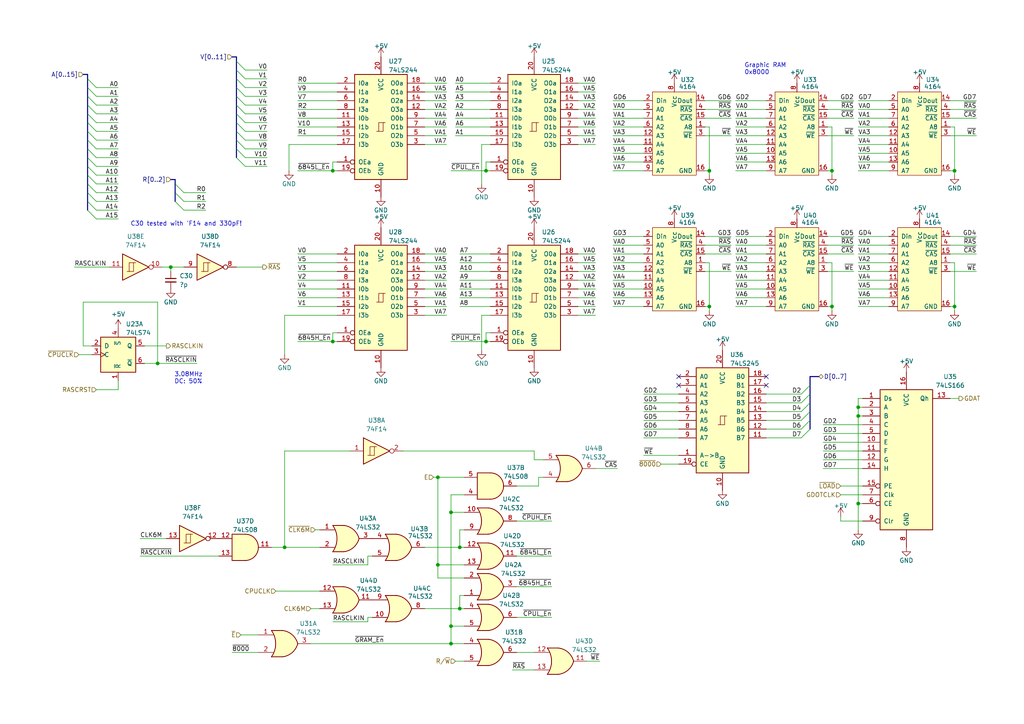
<source format=kicad_sch>
(kicad_sch (version 20231120) (generator "eeschema") (generator_version "8.0")
  (paper "A4")
  (title_block (title "EVA1 (Epson Video Adapter) - Graphic RAM") (date "2025-01-09") (rev "v0.1") (company "100% Offner") (comment 1 "v0.1: Initial Release"))
  (junction (at 205.74 88.9))
  (junction (at 130.81 181.61))
  (junction (at 82.55 158.75))
  (junction (at 248.92 146.05))
  (junction (at 49.53 77.47))
  (junction (at 130.81 148.59))
  (junction (at 127 163.83))
  (junction (at 205.74 49.53))
  (junction (at 276.86 49.53))
  (junction (at 133.35 176.53))
  (junction (at 276.86 88.9))
  (junction (at 140.97 49.53))
  (junction (at 248.92 118.11))
  (junction (at 96.52 99.06))
  (junction (at 45.72 105.41))
  (junction (at 133.35 158.75))
  (junction (at 96.52 49.53))
  (junction (at 130.81 186.69))
  (junction (at 140.97 99.06))
  (junction (at 241.3 88.9))
  (junction (at 248.92 120.65))
  (junction (at 127 138.43))
  (junction (at 241.3 49.53))
  (no_connect (at 196.85 109.22))
  (no_connect (at 222.25 109.22))
  (no_connect (at 196.85 111.76))
  (no_connect (at 222.25 111.76))
  (bus_entry (at 68.58 45.72) (size 2.54 2.54))
  (bus_entry (at 234.95 124.46) (size -2.54 2.54))
  (bus_entry (at 25.4 25.4) (size 2.54 2.54))
  (bus_entry (at 25.4 27.94) (size 2.54 2.54))
  (bus_entry (at 25.4 40.64) (size 2.54 2.54))
  (bus_entry (at 68.58 33.02) (size 2.54 2.54))
  (bus_entry (at 234.95 121.92) (size -2.54 2.54))
  (bus_entry (at 25.4 58.42) (size 2.54 2.54))
  (bus_entry (at 25.4 38.1) (size 2.54 2.54))
  (bus_entry (at 68.58 22.86) (size 2.54 2.54))
  (bus_entry (at 68.58 17.78) (size 2.54 2.54))
  (bus_entry (at 25.4 33.02) (size 2.54 2.54))
  (bus_entry (at 68.58 35.56) (size 2.54 2.54))
  (bus_entry (at 68.58 20.32) (size 2.54 2.54))
  (bus_entry (at 68.58 38.1) (size 2.54 2.54))
  (bus_entry (at 68.58 25.4) (size 2.54 2.54))
  (bus_entry (at 25.4 43.18) (size 2.54 2.54))
  (bus_entry (at 50.8 53.34) (size 2.54 2.54))
  (bus_entry (at 25.4 35.56) (size 2.54 2.54))
  (bus_entry (at 50.8 55.88) (size 2.54 2.54))
  (bus_entry (at 25.4 55.88) (size 2.54 2.54))
  (bus_entry (at 234.95 119.38) (size -2.54 2.54))
  (bus_entry (at 68.58 30.48) (size 2.54 2.54))
  (bus_entry (at 25.4 60.96) (size 2.54 2.54))
  (bus_entry (at 50.8 58.42) (size 2.54 2.54))
  (bus_entry (at 68.58 27.94) (size 2.54 2.54))
  (bus_entry (at 234.95 111.76) (size -2.54 2.54))
  (bus_entry (at 68.58 40.64) (size 2.54 2.54))
  (bus_entry (at 25.4 48.26) (size 2.54 2.54))
  (bus_entry (at 25.4 50.8) (size 2.54 2.54))
  (bus_entry (at 68.58 43.18) (size 2.54 2.54))
  (bus_entry (at 25.4 22.86) (size 2.54 2.54))
  (bus_entry (at 234.95 114.3) (size -2.54 2.54))
  (bus_entry (at 25.4 53.34) (size 2.54 2.54))
  (bus_entry (at 25.4 30.48) (size 2.54 2.54))
  (bus_entry (at 234.95 116.84) (size -2.54 2.54))
  (bus_entry (at 25.4 45.72) (size 2.54 2.54))
  (wire (pts (xy 241.3 36.83) (xy 241.3 49.53)))
  (bus (pts (xy 25.4 40.64) (xy 25.4 43.18)))
  (wire (pts (xy 96.52 46.99) (xy 97.79 46.99)))
  (wire (pts (xy 240.03 68.58) (xy 247.65 68.58)))
  (wire (pts (xy 177.8 44.45) (xy 186.69 44.45)))
  (wire (pts (xy 27.94 50.8) (xy 34.29 50.8)))
  (bus (pts (xy 68.58 27.94) (xy 68.58 30.48)))
  (wire (pts (xy 149.86 161.29) (xy 160.02 161.29)))
  (wire (pts (xy 186.69 127) (xy 196.85 127)))
  (wire (pts (xy 86.36 24.13) (xy 97.79 24.13)))
  (wire (pts (xy 167.64 81.28) (xy 172.72 81.28)))
  (wire (pts (xy 134.62 167.64) (xy 127 167.64)))
  (wire (pts (xy 130.81 181.61) (xy 134.62 181.61)))
  (wire (pts (xy 140.97 99.06) (xy 142.24 99.06)))
  (wire (pts (xy 275.59 29.21) (xy 283.21 29.21)))
  (wire (pts (xy 243.84 140.97) (xy 250.19 140.97)))
  (wire (pts (xy 86.36 49.53) (xy 96.52 49.53)))
  (wire (pts (xy 83.82 41.91) (xy 83.82 49.53)))
  (wire (pts (xy 132.08 26.67) (xy 142.24 26.67)))
  (wire (pts (xy 96.52 49.53) (xy 97.79 49.53)))
  (wire (pts (xy 71.12 22.86) (xy 77.47 22.86)))
  (wire (pts (xy 127 138.43) (xy 127 163.83)))
  (wire (pts (xy 123.19 158.75) (xy 133.35 158.75)))
  (wire (pts (xy 213.36 68.58) (xy 222.25 68.58)))
  (wire (pts (xy 248.92 41.91) (xy 257.81 41.91)))
  (wire (pts (xy 250.19 115.57) (xy 248.92 115.57)))
  (wire (pts (xy 248.92 44.45) (xy 257.81 44.45)))
  (wire (pts (xy 248.92 115.57) (xy 248.92 118.11)))
  (wire (pts (xy 248.92 46.99) (xy 257.81 46.99)))
  (wire (pts (xy 222.25 127) (xy 232.41 127)))
  (bus (pts (xy 68.58 30.48) (xy 68.58 33.02)))
  (wire (pts (xy 160.02 179.07) (xy 149.86 179.07)))
  (wire (pts (xy 133.35 176.53) (xy 134.62 176.53)))
  (wire (pts (xy 92.71 158.75) (xy 82.55 158.75)))
  (wire (pts (xy 22.86 102.87) (xy 26.67 102.87)))
  (wire (pts (xy 86.36 83.82) (xy 97.79 83.82)))
  (wire (pts (xy 177.8 29.21) (xy 186.69 29.21)))
  (wire (pts (xy 53.34 55.88) (xy 59.69 55.88)))
  (wire (pts (xy 133.35 76.2) (xy 142.24 76.2)))
  (wire (pts (xy 46.99 77.47) (xy 49.53 77.47)))
  (wire (pts (xy 248.92 29.21) (xy 257.81 29.21)))
  (wire (pts (xy 243.84 149.86) (xy 243.84 151.13)))
  (wire (pts (xy 133.35 86.36) (xy 142.24 86.36)))
  (wire (pts (xy 248.92 146.05) (xy 248.92 153.67)))
  (bus (pts (xy 68.58 22.86) (xy 68.58 25.4)))
  (wire (pts (xy 248.92 49.53) (xy 257.81 49.53)))
  (wire (pts (xy 167.64 31.75) (xy 172.72 31.75)))
  (bus (pts (xy 25.4 33.02) (xy 25.4 35.56)))
  (wire (pts (xy 275.59 88.9) (xy 276.86 88.9)))
  (wire (pts (xy 123.19 86.36) (xy 129.54 86.36)))
  (wire (pts (xy 130.81 143.51) (xy 134.62 143.51)))
  (wire (pts (xy 123.19 31.75) (xy 129.54 31.75)))
  (wire (pts (xy 40.64 161.29) (xy 63.5 161.29)))
  (wire (pts (xy 248.92 118.11) (xy 248.92 120.65)))
  (wire (pts (xy 90.17 186.69) (xy 130.81 186.69)))
  (wire (pts (xy 275.59 31.75) (xy 283.21 31.75)))
  (wire (pts (xy 96.52 163.83) (xy 106.68 163.83)))
  (wire (pts (xy 170.18 191.77) (xy 173.99 191.77)))
  (wire (pts (xy 186.69 121.92) (xy 196.85 121.92)))
  (wire (pts (xy 213.36 76.2) (xy 222.25 76.2)))
  (bus (pts (xy 25.4 58.42) (xy 25.4 60.96)))
  (wire (pts (xy 177.8 39.37) (xy 186.69 39.37)))
  (wire (pts (xy 132.08 29.21) (xy 142.24 29.21)))
  (wire (pts (xy 106.68 180.34) (xy 106.68 179.07)))
  (bus (pts (xy 25.4 25.4) (xy 25.4 27.94)))
  (wire (pts (xy 213.36 46.99) (xy 222.25 46.99)))
  (wire (pts (xy 41.91 105.41) (xy 45.72 105.41)))
  (wire (pts (xy 167.64 41.91) (xy 172.72 41.91)))
  (wire (pts (xy 240.03 76.2) (xy 241.3 76.2)))
  (wire (pts (xy 243.84 143.51) (xy 250.19 143.51)))
  (wire (pts (xy 213.36 83.82) (xy 222.25 83.82)))
  (bus (pts (xy 49.53 52.07) (xy 50.8 52.07)))
  (wire (pts (xy 133.35 172.72) (xy 133.35 176.53)))
  (wire (pts (xy 24.13 100.33) (xy 26.67 100.33)))
  (wire (pts (xy 177.8 31.75) (xy 186.69 31.75)))
  (wire (pts (xy 27.94 60.96) (xy 34.29 60.96)))
  (wire (pts (xy 149.86 189.23) (xy 154.94 189.23)))
  (wire (pts (xy 86.36 31.75) (xy 97.79 31.75)))
  (bus (pts (xy 237.49 109.22) (xy 234.95 109.22)))
  (wire (pts (xy 96.52 96.52) (xy 96.52 99.06)))
  (wire (pts (xy 86.36 34.29) (xy 97.79 34.29)))
  (wire (pts (xy 133.35 88.9) (xy 142.24 88.9)))
  (wire (pts (xy 177.8 86.36) (xy 186.69 86.36)))
  (wire (pts (xy 222.25 116.84) (xy 232.41 116.84)))
  (wire (pts (xy 132.08 39.37) (xy 142.24 39.37)))
  (wire (pts (xy 248.92 39.37) (xy 257.81 39.37)))
  (wire (pts (xy 86.36 81.28) (xy 97.79 81.28)))
  (wire (pts (xy 167.64 24.13) (xy 172.72 24.13)))
  (wire (pts (xy 276.86 88.9) (xy 276.86 90.17)))
  (wire (pts (xy 177.8 81.28) (xy 186.69 81.28)))
  (wire (pts (xy 86.36 73.66) (xy 97.79 73.66)))
  (wire (pts (xy 177.8 83.82) (xy 186.69 83.82)))
  (bus (pts (xy 25.4 27.94) (xy 25.4 30.48)))
  (wire (pts (xy 177.8 46.99) (xy 186.69 46.99)))
  (wire (pts (xy 204.47 76.2) (xy 205.74 76.2)))
  (wire (pts (xy 275.59 71.12) (xy 283.21 71.12)))
  (wire (pts (xy 167.64 29.21) (xy 172.72 29.21)))
  (wire (pts (xy 275.59 115.57) (xy 278.13 115.57)))
  (wire (pts (xy 240.03 34.29) (xy 247.65 34.29)))
  (wire (pts (xy 71.12 35.56) (xy 77.47 35.56)))
  (bus (pts (xy 68.58 33.02) (xy 68.58 35.56)))
  (wire (pts (xy 71.12 20.32) (xy 77.47 20.32)))
  (wire (pts (xy 86.36 76.2) (xy 97.79 76.2)))
  (wire (pts (xy 71.12 45.72) (xy 77.47 45.72)))
  (wire (pts (xy 96.52 180.34) (xy 106.68 180.34)))
  (wire (pts (xy 27.94 113.03) (xy 34.29 113.03)))
  (wire (pts (xy 53.34 60.96) (xy 59.69 60.96)))
  (wire (pts (xy 248.92 120.65) (xy 248.92 146.05)))
  (wire (pts (xy 248.92 73.66) (xy 257.81 73.66)))
  (wire (pts (xy 204.47 78.74) (xy 212.09 78.74)))
  (wire (pts (xy 167.64 91.44) (xy 172.72 91.44)))
  (wire (pts (xy 213.36 36.83) (xy 222.25 36.83)))
  (wire (pts (xy 96.52 99.06) (xy 97.79 99.06)))
  (wire (pts (xy 127 163.83) (xy 127 167.64)))
  (wire (pts (xy 154.94 133.35) (xy 157.48 133.35)))
  (wire (pts (xy 248.92 78.74) (xy 257.81 78.74)))
  (bus (pts (xy 234.95 111.76) (xy 234.95 114.3)))
  (wire (pts (xy 240.03 29.21) (xy 247.65 29.21)))
  (wire (pts (xy 130.81 49.53) (xy 140.97 49.53)))
  (wire (pts (xy 123.19 39.37) (xy 129.54 39.37)))
  (wire (pts (xy 71.12 27.94) (xy 77.47 27.94)))
  (bus (pts (xy 50.8 52.07) (xy 50.8 53.34)))
  (wire (pts (xy 186.69 114.3) (xy 196.85 114.3)))
  (wire (pts (xy 71.12 25.4) (xy 77.47 25.4)))
  (wire (pts (xy 41.91 100.33) (xy 48.26 100.33)))
  (wire (pts (xy 86.36 29.21) (xy 97.79 29.21)))
  (wire (pts (xy 204.47 68.58) (xy 212.09 68.58)))
  (wire (pts (xy 177.8 68.58) (xy 186.69 68.58)))
  (wire (pts (xy 213.36 49.53) (xy 222.25 49.53)))
  (wire (pts (xy 213.36 29.21) (xy 222.25 29.21)))
  (wire (pts (xy 123.19 34.29) (xy 129.54 34.29)))
  (wire (pts (xy 156.21 140.97) (xy 149.86 140.97)))
  (bus (pts (xy 25.4 53.34) (xy 25.4 55.88)))
  (wire (pts (xy 123.19 36.83) (xy 129.54 36.83)))
  (bus (pts (xy 234.95 119.38) (xy 234.95 121.92)))
  (wire (pts (xy 106.68 161.29) (xy 107.95 161.29)))
  (wire (pts (xy 276.86 36.83) (xy 276.86 49.53)))
  (wire (pts (xy 238.76 125.73) (xy 250.19 125.73)))
  (wire (pts (xy 80.01 171.45) (xy 92.71 171.45)))
  (bus (pts (xy 68.58 35.56) (xy 68.58 38.1)))
  (wire (pts (xy 248.92 118.11) (xy 250.19 118.11)))
  (wire (pts (xy 82.55 158.75) (xy 78.74 158.75)))
  (wire (pts (xy 133.35 73.66) (xy 142.24 73.66)))
  (wire (pts (xy 27.94 55.88) (xy 34.29 55.88)))
  (wire (pts (xy 213.36 73.66) (xy 222.25 73.66)))
  (wire (pts (xy 213.36 41.91) (xy 222.25 41.91)))
  (wire (pts (xy 130.81 148.59) (xy 130.81 181.61)))
  (wire (pts (xy 238.76 133.35) (xy 250.19 133.35)))
  (wire (pts (xy 205.74 88.9) (xy 205.74 90.17)))
  (wire (pts (xy 133.35 81.28) (xy 142.24 81.28)))
  (wire (pts (xy 27.94 38.1) (xy 34.29 38.1)))
  (wire (pts (xy 27.94 63.5) (xy 34.29 63.5)))
  (wire (pts (xy 276.86 76.2) (xy 276.86 88.9)))
  (bus (pts (xy 68.58 20.32) (xy 68.58 22.86)))
  (bus (pts (xy 234.95 114.3) (xy 234.95 116.84)))
  (wire (pts (xy 213.36 31.75) (xy 222.25 31.75)))
  (bus (pts (xy 68.58 38.1) (xy 68.58 40.64)))
  (wire (pts (xy 204.47 36.83) (xy 205.74 36.83)))
  (wire (pts (xy 156.21 138.43) (xy 157.48 138.43)))
  (bus (pts (xy 25.4 45.72) (xy 25.4 48.26)))
  (wire (pts (xy 133.35 83.82) (xy 142.24 83.82)))
  (wire (pts (xy 86.36 86.36) (xy 97.79 86.36)))
  (bus (pts (xy 25.4 50.8) (xy 25.4 53.34)))
  (wire (pts (xy 238.76 128.27) (xy 250.19 128.27)))
  (wire (pts (xy 248.92 71.12) (xy 257.81 71.12)))
  (wire (pts (xy 213.36 86.36) (xy 222.25 86.36)))
  (wire (pts (xy 240.03 36.83) (xy 241.3 36.83)))
  (wire (pts (xy 248.92 83.82) (xy 257.81 83.82)))
  (wire (pts (xy 222.25 124.46) (xy 232.41 124.46)))
  (wire (pts (xy 160.02 151.13) (xy 149.86 151.13)))
  (bus (pts (xy 68.58 16.51) (xy 68.58 17.78)))
  (wire (pts (xy 177.8 41.91) (xy 186.69 41.91)))
  (bus (pts (xy 68.58 43.18) (xy 68.58 45.72)))
  (wire (pts (xy 142.24 91.44) (xy 139.7 91.44)))
  (wire (pts (xy 275.59 36.83) (xy 276.86 36.83)))
  (wire (pts (xy 71.12 33.02) (xy 77.47 33.02)))
  (wire (pts (xy 86.36 99.06) (xy 96.52 99.06)))
  (wire (pts (xy 127 138.43) (xy 134.62 138.43)))
  (wire (pts (xy 86.36 36.83) (xy 97.79 36.83)))
  (wire (pts (xy 276.86 49.53) (xy 276.86 50.8)))
  (wire (pts (xy 132.08 36.83) (xy 142.24 36.83)))
  (wire (pts (xy 71.12 40.64) (xy 77.47 40.64)))
  (wire (pts (xy 130.81 181.61) (xy 130.81 186.69)))
  (wire (pts (xy 27.94 35.56) (xy 34.29 35.56)))
  (wire (pts (xy 275.59 78.74) (xy 283.21 78.74)))
  (wire (pts (xy 167.64 36.83) (xy 172.72 36.83)))
  (wire (pts (xy 204.47 34.29) (xy 212.09 34.29)))
  (wire (pts (xy 71.12 43.18) (xy 77.47 43.18)))
  (wire (pts (xy 86.36 26.67) (xy 97.79 26.67)))
  (bus (pts (xy 68.58 40.64) (xy 68.58 43.18)))
  (wire (pts (xy 132.08 24.13) (xy 142.24 24.13)))
  (wire (pts (xy 222.25 114.3) (xy 232.41 114.3)))
  (wire (pts (xy 177.8 34.29) (xy 186.69 34.29)))
  (wire (pts (xy 82.55 91.44) (xy 82.55 102.87)))
  (wire (pts (xy 148.59 194.31) (xy 154.94 194.31)))
  (wire (pts (xy 123.19 176.53) (xy 133.35 176.53)))
  (wire (pts (xy 275.59 68.58) (xy 283.21 68.58)))
  (wire (pts (xy 140.97 49.53) (xy 142.24 49.53)))
  (wire (pts (xy 177.8 71.12) (xy 186.69 71.12)))
  (wire (pts (xy 106.68 179.07) (xy 107.95 179.07)))
  (bus (pts (xy 25.4 43.18) (xy 25.4 45.72)))
  (wire (pts (xy 186.69 132.08) (xy 196.85 132.08)))
  (wire (pts (xy 123.19 78.74) (xy 129.54 78.74)))
  (wire (pts (xy 167.64 83.82) (xy 172.72 83.82)))
  (wire (pts (xy 275.59 34.29) (xy 283.21 34.29)))
  (wire (pts (xy 167.64 73.66) (xy 172.72 73.66)))
  (wire (pts (xy 27.94 48.26) (xy 34.29 48.26)))
  (wire (pts (xy 123.19 88.9) (xy 129.54 88.9)))
  (wire (pts (xy 132.08 34.29) (xy 142.24 34.29)))
  (wire (pts (xy 45.72 105.41) (xy 45.72 87.63)))
  (wire (pts (xy 27.94 58.42) (xy 34.29 58.42)))
  (bus (pts (xy 67.31 16.51) (xy 68.58 16.51)))
  (bus (pts (xy 25.4 22.86) (xy 25.4 25.4)))
  (wire (pts (xy 167.64 26.67) (xy 172.72 26.67)))
  (wire (pts (xy 27.94 45.72) (xy 34.29 45.72)))
  (wire (pts (xy 27.94 43.18) (xy 34.29 43.18)))
  (wire (pts (xy 167.64 39.37) (xy 172.72 39.37)))
  (wire (pts (xy 123.19 81.28) (xy 129.54 81.28)))
  (wire (pts (xy 134.62 158.75) (xy 133.35 158.75)))
  (wire (pts (xy 248.92 34.29) (xy 257.81 34.29)))
  (wire (pts (xy 213.36 71.12) (xy 222.25 71.12)))
  (wire (pts (xy 204.47 39.37) (xy 212.09 39.37)))
  (wire (pts (xy 179.07 135.89) (xy 172.72 135.89)))
  (wire (pts (xy 133.35 172.72) (xy 134.62 172.72)))
  (wire (pts (xy 142.24 41.91) (xy 139.7 41.91)))
  (wire (pts (xy 275.59 49.53) (xy 276.86 49.53)))
  (wire (pts (xy 154.94 133.35) (xy 154.94 130.81)))
  (wire (pts (xy 123.19 24.13) (xy 129.54 24.13)))
  (wire (pts (xy 177.8 78.74) (xy 186.69 78.74)))
  (wire (pts (xy 241.3 49.53) (xy 241.3 50.8)))
  (wire (pts (xy 240.03 39.37) (xy 247.65 39.37)))
  (wire (pts (xy 96.52 46.99) (xy 96.52 49.53)))
  (wire (pts (xy 97.79 41.91) (xy 83.82 41.91)))
  (wire (pts (xy 205.74 76.2) (xy 205.74 88.9)))
  (wire (pts (xy 167.64 34.29) (xy 172.72 34.29)))
  (wire (pts (xy 127 163.83) (xy 134.62 163.83)))
  (wire (pts (xy 204.47 31.75) (xy 212.09 31.75)))
  (wire (pts (xy 90.17 176.53) (xy 92.71 176.53)))
  (wire (pts (xy 142.24 96.52) (xy 140.97 96.52)))
  (bus (pts (xy 25.4 30.48) (xy 25.4 33.02)))
  (wire (pts (xy 133.35 153.67) (xy 134.62 153.67)))
  (wire (pts (xy 177.8 49.53) (xy 186.69 49.53)))
  (wire (pts (xy 49.53 77.47) (xy 49.53 78.74)))
  (wire (pts (xy 213.36 88.9) (xy 222.25 88.9)))
  (wire (pts (xy 222.25 121.92) (xy 232.41 121.92)))
  (wire (pts (xy 53.34 58.42) (xy 59.69 58.42)))
  (wire (pts (xy 86.36 88.9) (xy 97.79 88.9)))
  (wire (pts (xy 248.92 31.75) (xy 257.81 31.75)))
  (bus (pts (xy 25.4 38.1) (xy 25.4 40.64)))
  (wire (pts (xy 238.76 130.81) (xy 250.19 130.81)))
  (wire (pts (xy 204.47 29.21) (xy 212.09 29.21)))
  (wire (pts (xy 27.94 30.48) (xy 34.29 30.48)))
  (wire (pts (xy 96.52 96.52) (xy 97.79 96.52)))
  (wire (pts (xy 21.59 77.47) (xy 31.75 77.47)))
  (wire (pts (xy 48.26 156.21) (xy 40.64 156.21)))
  (wire (pts (xy 123.19 73.66) (xy 129.54 73.66)))
  (wire (pts (xy 240.03 78.74) (xy 247.65 78.74)))
  (wire (pts (xy 205.74 49.53) (xy 205.74 50.8)))
  (bus (pts (xy 234.95 109.22) (xy 234.95 111.76)))
  (wire (pts (xy 160.02 170.18) (xy 149.86 170.18)))
  (wire (pts (xy 140.97 96.52) (xy 140.97 99.06)))
  (wire (pts (xy 34.29 110.49) (xy 34.29 113.03)))
  (wire (pts (xy 123.19 41.91) (xy 129.54 41.91)))
  (wire (pts (xy 186.69 124.46) (xy 196.85 124.46)))
  (wire (pts (xy 67.31 189.23) (xy 74.93 189.23)))
  (wire (pts (xy 27.94 25.4) (xy 34.29 25.4)))
  (bus (pts (xy 68.58 17.78) (xy 68.58 20.32)))
  (wire (pts (xy 248.92 81.28) (xy 257.81 81.28)))
  (wire (pts (xy 204.47 73.66) (xy 212.09 73.66)))
  (bus (pts (xy 25.4 55.88) (xy 25.4 58.42)))
  (wire (pts (xy 204.47 49.53) (xy 205.74 49.53)))
  (wire (pts (xy 205.74 36.83) (xy 205.74 49.53)))
  (wire (pts (xy 186.69 116.84) (xy 196.85 116.84)))
  (wire (pts (xy 45.72 87.63) (xy 24.13 87.63)))
  (wire (pts (xy 27.94 40.64) (xy 34.29 40.64)))
  (wire (pts (xy 132.08 191.77) (xy 134.62 191.77)))
  (wire (pts (xy 123.19 76.2) (xy 129.54 76.2)))
  (wire (pts (xy 130.81 143.51) (xy 130.81 148.59)))
  (wire (pts (xy 123.19 91.44) (xy 129.54 91.44)))
  (wire (pts (xy 238.76 123.19) (xy 250.19 123.19)))
  (wire (pts (xy 204.47 88.9) (xy 205.74 88.9)))
  (wire (pts (xy 177.8 73.66) (xy 186.69 73.66)))
  (wire (pts (xy 123.19 29.21) (xy 129.54 29.21)))
  (wire (pts (xy 27.94 27.94) (xy 34.29 27.94)))
  (wire (pts (xy 130.81 99.06) (xy 140.97 99.06)))
  (wire (pts (xy 213.36 44.45) (xy 222.25 44.45)))
  (wire (pts (xy 240.03 88.9) (xy 241.3 88.9)))
  (wire (pts (xy 27.94 53.34) (xy 34.29 53.34)))
  (wire (pts (xy 45.72 105.41) (xy 57.15 105.41)))
  (wire (pts (xy 71.12 30.48) (xy 77.47 30.48)))
  (wire (pts (xy 222.25 119.38) (xy 232.41 119.38)))
  (wire (pts (xy 130.81 186.69) (xy 134.62 186.69)))
  (wire (pts (xy 27.94 33.02) (xy 34.29 33.02)))
  (wire (pts (xy 125.73 138.43) (xy 127 138.43)))
  (bus (pts (xy 50.8 53.34) (xy 50.8 55.88)))
  (wire (pts (xy 139.7 91.44) (xy 139.7 101.6)))
  (wire (pts (xy 240.03 49.53) (xy 241.3 49.53)))
  (wire (pts (xy 213.36 78.74) (xy 222.25 78.74)))
  (wire (pts (xy 86.36 78.74) (xy 97.79 78.74)))
  (wire (pts (xy 177.8 36.83) (xy 186.69 36.83)))
  (wire (pts (xy 167.64 76.2) (xy 172.72 76.2)))
  (wire (pts (xy 241.3 76.2) (xy 241.3 88.9)))
  (bus (pts (xy 25.4 21.59) (xy 25.4 22.86)))
  (wire (pts (xy 154.94 130.81) (xy 116.84 130.81)))
  (wire (pts (xy 24.13 87.63) (xy 24.13 100.33)))
  (wire (pts (xy 167.64 88.9) (xy 172.72 88.9)))
  (wire (pts (xy 139.7 41.91) (xy 139.7 53.34)))
  (wire (pts (xy 177.8 76.2) (xy 186.69 76.2)))
  (wire (pts (xy 123.19 26.67) (xy 129.54 26.67)))
  (wire (pts (xy 123.19 83.82) (xy 129.54 83.82)))
  (wire (pts (xy 248.92 146.05) (xy 250.19 146.05)))
  (wire (pts (xy 49.53 77.47) (xy 53.34 77.47)))
  (wire (pts (xy 238.76 135.89) (xy 250.19 135.89)))
  (wire (pts (xy 248.92 88.9) (xy 257.81 88.9)))
  (wire (pts (xy 241.3 88.9) (xy 241.3 90.17)))
  (wire (pts (xy 186.69 119.38) (xy 196.85 119.38)))
  (wire (pts (xy 71.12 48.26) (xy 77.47 48.26)))
  (wire (pts (xy 167.64 78.74) (xy 172.72 78.74)))
  (wire (pts (xy 248.92 68.58) (xy 257.81 68.58)))
  (wire (pts (xy 130.81 148.59) (xy 134.62 148.59)))
  (bus (pts (xy 24.13 21.59) (xy 25.4 21.59)))
  (wire (pts (xy 97.79 91.44) (xy 82.55 91.44)))
  (wire (pts (xy 132.08 31.75) (xy 142.24 31.75)))
  (wire (pts (xy 240.03 71.12) (xy 247.65 71.12)))
  (bus (pts (xy 50.8 55.88) (xy 50.8 58.42)))
  (bus (pts (xy 25.4 48.26) (xy 25.4 50.8)))
  (wire (pts (xy 191.77 134.62) (xy 196.85 134.62)))
  (bus (pts (xy 234.95 121.92) (xy 234.95 124.46)))
  (wire (pts (xy 101.6 130.81) (xy 82.55 130.81)))
  (wire (pts (xy 250.19 120.65) (xy 248.92 120.65)))
  (wire (pts (xy 140.97 46.99) (xy 142.24 46.99)))
  (wire (pts (xy 156.21 138.43) (xy 156.21 140.97)))
  (bus (pts (xy 234.95 116.84) (xy 234.95 119.38)))
  (wire (pts (xy 68.58 77.47) (xy 76.2 77.47)))
  (bus (pts (xy 68.58 25.4) (xy 68.58 27.94)))
  (wire (pts (xy 133.35 158.75) (xy 133.35 153.67)))
  (wire (pts (xy 177.8 88.9) (xy 186.69 88.9)))
  (wire (pts (xy 275.59 73.66) (xy 283.21 73.66)))
  (wire (pts (xy 140.97 46.99) (xy 140.97 49.53)))
  (wire (pts (xy 240.03 31.75) (xy 247.65 31.75)))
  (wire (pts (xy 275.59 39.37) (xy 283.21 39.37)))
  (wire (pts (xy 248.92 76.2) (xy 257.81 76.2)))
  (wire (pts (xy 71.12 38.1) (xy 77.47 38.1)))
  (wire (pts (xy 82.55 130.81) (xy 82.55 158.75)))
  (wire (pts (xy 213.36 81.28) (xy 222.25 81.28)))
  (wire (pts (xy 213.36 39.37) (xy 222.25 39.37)))
  (wire (pts (xy 243.84 151.13) (xy 250.19 151.13)))
  (wire (pts (xy 240.03 73.66) (xy 247.65 73.66)))
  (wire (pts (xy 167.64 86.36) (xy 172.72 86.36)))
  (wire (pts (xy 69.85 184.15) (xy 74.93 184.15)))
  (wire (pts (xy 204.47 71.12) (xy 212.09 71.12)))
  (wire (pts (xy 133.35 78.74) (xy 142.24 78.74)))
  (wire (pts (xy 275.59 76.2) (xy 276.86 76.2)))
  (wire (pts (xy 248.92 86.36) (xy 257.81 86.36)))
  (wire (pts (xy 86.36 39.37) (xy 97.79 39.37)))
  (wire (pts (xy 248.92 36.83) (xy 257.81 36.83)))
  (wire (pts (xy 213.36 34.29) (xy 222.25 34.29)))
  (bus (pts (xy 25.4 35.56) (xy 25.4 38.1)))
  (wire (pts (xy 91.44 153.67) (xy 92.71 153.67)))
  (wire (pts (xy 106.68 163.83) (xy 106.68 161.29)))
  (text "Graphic RAM\n0x8000" (at 215.9 20.066 0) (effects (font (size 1.27 1.27)) (justify left)))
  (text "3.08MHz\nDC: 50%" (at 50.546 109.728 0) (effects (font (size 1.27 1.27)) (justify left)))
  (text "C30 tested with 'F14 and 330pF!" (at 37.846 65.024 0) (effects (font (size 1.27 1.27)) (justify left)))
  (label "VA5" (at 213.36 83.82 0))
  (label "A8" (at 34.29 45.72 180))
  (label "GD5" (at 238.76 130.81 0))
  (label "VA6" (at 248.92 86.36 0))
  (label "A10" (at 34.29 50.8 180))
  (label "GD2" (at 247.65 29.21 180))
  (label "V2" (at 77.47 25.4 180))
  (label "~{RAS}" (at 283.21 71.12 180))
  (label "VA0" (at 213.36 31.75 0))
  (label "~{6845L_En}" (at 160.02 161.29 180))
  (label "~{8000}" (at 67.31 189.23 0))
  (label "D5" (at 232.41 121.92 180))
  (label "RASCLKIN" (at 96.52 163.83 0))
  (label "~{RAS}" (at 247.65 31.75 180))
  (label "~{RAS}" (at 148.59 194.31 0))
  (label "V9" (at 77.47 43.18 180))
  (label "VA0" (at 213.36 71.12 0))
  (label "GD6" (at 186.69 124.46 0))
  (label "~{6845H_En}" (at 160.02 170.18 180))
  (label "VA5" (at 213.36 44.45 0))
  (label "~{WE}" (at 283.21 78.74 180))
  (label "A11" (at 34.29 53.34 180))
  (label "V7" (at 86.36 29.21 0))
  (label "~{RASCLKIN}" (at 40.64 161.29 0))
  (label "VA3" (at 129.54 78.74 180))
  (label "~{WE}" (at 247.65 39.37 180))
  (label "~{WE}" (at 212.09 78.74 180))
  (label "VA6" (at 213.36 86.36 0))
  (label "VA7" (at 213.36 88.9 0))
  (label "A2" (at 132.08 31.75 0))
  (label "V6" (at 77.47 35.56 180))
  (label "A7" (at 133.35 73.66 0))
  (label "GD7" (at 248.92 29.21 0))
  (label "A9" (at 133.35 81.28 0))
  (label "A13" (at 133.35 86.36 0))
  (label "VA4" (at 177.8 41.91 0))
  (label "~{CPUH_En}" (at 130.81 99.06 0))
  (label "VA2" (at 177.8 76.2 0))
  (label "~{WE}" (at 173.99 191.77 180))
  (label "VA2" (at 172.72 81.28 180))
  (label "D7" (at 232.41 127 180))
  (label "VA3" (at 172.72 78.74 180))
  (label "A12" (at 34.29 55.88 180))
  (label "GD3" (at 186.69 116.84 0))
  (label "VA5" (at 248.92 83.82 0))
  (label "~{WE}" (at 247.65 78.74 180))
  (label "VA7" (at 248.92 49.53 0))
  (label "VA6" (at 129.54 86.36 180))
  (label "VA7" (at 248.92 88.9 0))
  (label "R0" (at 59.69 55.88 180))
  (label "V5" (at 77.47 33.02 180))
  (label "R2" (at 86.36 31.75 0))
  (label "V8" (at 77.47 40.64 180))
  (label "A5" (at 34.29 38.1 180))
  (label "VA0" (at 172.72 73.66 180))
  (label "V3" (at 77.47 27.94 180))
  (label "VA2" (at 213.36 36.83 0))
  (label "VA6" (at 129.54 36.83 180))
  (label "~{RAS}" (at 247.65 71.12 180))
  (label "V5" (at 86.36 76.2 0))
  (label "~{6845H_En}" (at 86.36 99.06 0))
  (label "~{CAS}" (at 283.21 34.29 180))
  (label "~{CAS}" (at 212.09 73.66 180))
  (label "GD5" (at 186.69 121.92 0))
  (label "D2" (at 232.41 114.3 180))
  (label "VA5" (at 172.72 26.67 180))
  (label "VA1" (at 172.72 88.9 180))
  (label "VA6" (at 177.8 86.36 0))
  (label "~{RAS}" (at 283.21 31.75 180))
  (label "GD6" (at 177.8 29.21 0))
  (label "GD4" (at 283.21 68.58 180))
  (label "~{CAS}" (at 247.65 73.66 180))
  (label "GD2" (at 186.69 114.3 0))
  (label "VA6" (at 172.72 86.36 180))
  (label "VA7" (at 129.54 91.44 180))
  (label "A4" (at 34.29 35.56 180))
  (label "VA4" (at 248.92 41.91 0))
  (label "VA0" (at 172.72 24.13 180))
  (label "A9" (at 34.29 48.26 180))
  (label "V11" (at 77.47 48.26 180))
  (label "V4" (at 86.36 83.82 0))
  (label "VA4" (at 129.54 34.29 180))
  (label "R1" (at 59.69 58.42 180))
  (label "A8" (at 133.35 88.9 0))
  (label "GD2" (at 238.76 123.19 0))
  (label "VA4" (at 213.36 81.28 0))
  (label "V4" (at 77.47 30.48 180))
  (label "A3" (at 34.29 33.02 180))
  (label "VA4" (at 172.72 34.29 180))
  (label "VA7" (at 172.72 41.91 180))
  (label "VA0" (at 129.54 24.13 180))
  (label "GD7" (at 283.21 29.21 180))
  (label "VA3" (at 177.8 78.74 0))
  (label "R1" (at 86.36 39.37 0))
  (label "V0" (at 77.47 20.32 180))
  (label "GD3" (at 177.8 68.58 0))
  (label "VA4" (at 213.36 41.91 0))
  (label "GD4" (at 238.76 128.27 0))
  (label "~{CPUH_En}" (at 160.02 151.13 180))
  (label "A13" (at 34.29 58.42 180))
  (label "GD4" (at 248.92 68.58 0))
  (label "VA4" (at 248.92 81.28 0))
  (label "VA7" (at 213.36 49.53 0))
  (label "VA2" (at 129.54 81.28 180))
  (label "GD5" (at 247.65 68.58 180))
  (label "VA3" (at 248.92 39.37 0))
  (label "~{CAS}" (at 212.09 34.29 180))
  (label "VA7" (at 177.8 88.9 0))
  (label "GD6" (at 238.76 133.35 0))
  (label "VA0" (at 248.92 31.75 0))
  (label "VA1" (at 177.8 34.29 0))
  (label "VA3" (at 213.36 39.37 0))
  (label "V0" (at 86.36 73.66 0))
  (label "A3" (at 132.08 29.21 0))
  (label "A5" (at 132.08 26.67 0))
  (label "~{RAS}" (at 212.09 71.12 180))
  (label "VA6" (at 177.8 46.99 0))
  (label "GD6" (at 212.09 29.21 180))
  (label "VA1" (at 129.54 39.37 180))
  (label "VA1" (at 213.36 73.66 0))
  (label "V10" (at 86.36 36.83 0))
  (label "A0" (at 34.29 25.4 180))
  (label "GD5" (at 213.36 68.58 0))
  (label "GD7" (at 238.76 135.89 0))
  (label "VA0" (at 177.8 31.75 0))
  (label "VA6" (at 172.72 36.83 180))
  (label "GD3" (at 212.09 68.58 180))
  (label "VA3" (at 177.8 39.37 0))
  (label "R0" (at 86.36 24.13 0))
  (label "VA5" (at 129.54 76.2 180))
  (label "V2" (at 86.36 81.28 0))
  (label "VA0" (at 248.92 71.12 0))
  (label "VA0" (at 177.8 71.12 0))
  (label "VA1" (at 177.8 73.66 0))
  (label "~{RAS}" (at 212.09 31.75 180))
  (label "VA5" (at 177.8 44.45 0))
  (label "~{GRAM_En}" (at 102.87 186.69 0))
  (label "V1" (at 77.47 22.86 180))
  (label "V1" (at 86.36 88.9 0))
  (label "VA0" (at 129.54 73.66 180))
  (label "VA3" (at 248.92 78.74 0))
  (label "CLK6M" (at 40.64 156.21 0))
  (label "VA1" (at 129.54 88.9 180))
  (label "GD7" (at 186.69 127 0))
  (label "VA2" (at 172.72 31.75 180))
  (label "A10" (at 133.35 78.74 0))
  (label "VA6" (at 248.92 46.99 0))
  (label "A4" (at 132.08 34.29 0))
  (label "V6" (at 86.36 86.36 0))
  (label "VA5" (at 129.54 26.67 180))
  (label "GD2" (at 213.36 29.21 0))
  (label "A12" (at 133.35 76.2 0))
  (label "A1" (at 34.29 27.94 180))
  (label "VA4" (at 177.8 81.28 0))
  (label "~{CAS}" (at 283.21 73.66 180))
  (label "~{CPUL_En}" (at 130.81 49.53 0))
  (label "D4" (at 232.41 119.38 180))
  (label "A15" (at 34.29 63.5 180))
  (label "~{RASCLKIN}" (at 57.15 105.41 180))
  (label "VA1" (at 172.72 39.37 180))
  (label "~{WE}" (at 212.09 39.37 180))
  (label "VA1" (at 213.36 34.29 0))
  (label "~{CAS}" (at 179.07 135.89 180))
  (label "GD4" (at 186.69 119.38 0))
  (label "VA2" (at 248.92 36.83 0))
  (label "A1" (at 132.08 39.37 0))
  (label "VA7" (at 172.72 91.44 180))
  (label "V9" (at 86.36 26.67 0))
  (label "VA2" (at 129.54 31.75 180))
  (label "A6" (at 132.08 36.83 0))
  (label "VA3" (at 213.36 78.74 0))
  (label "V7" (at 77.47 38.1 180))
  (label "VA5" (at 172.72 76.2 180))
  (label "GD3" (at 238.76 125.73 0))
  (label "V10" (at 77.47 45.72 180))
  (label "A6" (at 34.29 40.64 180))
  (label "D3" (at 232.41 116.84 180))
  (label "~{WE}" (at 283.21 39.37 180))
  (label "VA2" (at 248.92 76.2 0))
  (label "VA4" (at 172.72 83.82 180))
  (label "~{WE}" (at 186.69 132.08 0))
  (label "V3" (at 86.36 78.74 0))
  (label "RASCLKIN" (at 96.52 180.34 0))
  (label "VA3" (at 129.54 29.21 180))
  (label "VA3" (at 172.72 29.21 180))
  (label "RASCLKIN" (at 21.59 77.47 0))
  (label "VA6" (at 213.36 46.99 0))
  (label "A14" (at 34.29 60.96 180))
  (label "A0" (at 132.08 24.13 0))
  (label "VA5" (at 177.8 83.82 0))
  (label "~{CAS}" (at 247.65 34.29 180))
  (label "V8" (at 86.36 34.29 0))
  (label "~{CPUL_En}" (at 160.02 179.07 180))
  (label "D6" (at 232.41 124.46 180))
  (label "R2" (at 59.69 60.96 180))
  (label "VA1" (at 248.92 73.66 0))
  (label "VA2" (at 213.36 76.2 0))
  (label "VA1" (at 248.92 34.29 0))
  (label "A2" (at 34.29 30.48 180))
  (label "VA5" (at 248.92 44.45 0))
  (label "VA2" (at 177.8 36.83 0))
  (label "A7" (at 34.29 43.18 180))
  (label "~{6845L_En}" (at 86.36 49.53 0))
  (label "VA4" (at 129.54 83.82 180))
  (label "VA7" (at 177.8 49.53 0))
  (label "A11" (at 133.35 83.82 0))
  (label "VA7" (at 129.54 41.91 180))
  (hierarchical_label "RASCLKIN" (shape output) (at 48.26 100.33 0))
  (hierarchical_label "GDAT" (shape output) (at 278.13 115.57 0))
  (hierarchical_label "~{8000}" (shape input) (at 191.77 134.62 180))
  (hierarchical_label "CLK6M" (shape input) (at 90.17 176.53 180))
  (hierarchical_label "~{RAS}" (shape output) (at 76.2 77.47 0))
  (hierarchical_label "CPUCLK" (shape input) (at 80.01 171.45 180))
  (hierarchical_label "R{slash}~{W}" (shape input) (at 132.08 191.77 180))
  (hierarchical_label "~{LOAD}" (shape input) (at 243.84 140.97 180))
  (hierarchical_label "~{E}" (shape input) (at 69.85 184.15 180))
  (hierarchical_label "A[0..15]" (shape input) (at 24.13 21.59 180))
  (hierarchical_label "GDOTCLK" (shape input) (at 243.84 143.51 180))
  (hierarchical_label "RASCRST" (shape input) (at 27.94 113.03 180))
  (hierarchical_label "~{CPUCLK}" (shape input) (at 22.86 102.87 180))
  (hierarchical_label "D[0..7]" (shape bidirectional) (at 237.49 109.22 0))
  (hierarchical_label "E" (shape input) (at 125.73 138.43 180))
  (hierarchical_label "~{CLK6M}" (shape input) (at 91.44 153.67 180))
  (hierarchical_label "R[0..2]" (shape input) (at 49.53 52.07 180))
  (hierarchical_label "V[0..11]" (shape input) (at 67.31 16.51 180))
  (symbol (lib_id "power:GND") (at 205.74 50.8 0) (unit 1)
    (property "Reference" "#PWR056" (effects (hide yes)))
    (property "Value" "GND" (at 205.74 54.61 0))
  )
  (symbol (lib_id "power:GND") (at 241.3 50.8 0) (unit 1)
    (property "Reference" "#PWR060" (effects (hide yes)))
    (property "Value" "GND" (at 241.3 54.61 0))
  )
  (symbol (lib_id "power:GND") (at 276.86 90.17 0) (unit 1)
    (property "Reference" "#PWR063" (effects (hide yes)))
    (property "Value" "GND" (at 276.86 93.98 0))
  )
  (symbol (lib_id "74xx:74LS32") (at 142.24 189.23 0) (unit 2)
    (property "Reference" "U31" (at 149.098 183.388 0))
    (property "Value" "74LS32" (at 149.098 185.928 0))
    (property "Footprint" "Package_DIP:DIP-14_W7.62mm" (effects (hide yes)))
    (property "Datasheet" "http://www.ti.com/lit/gpn/sn74LS32" (effects (hide yes)))
    (property "Description" "Quad 2-input OR" (effects (hide yes)))
  )
  (symbol (lib_id "power:GND") (at 83.82 49.53 0) (unit 1)
    (property "Reference" "#PWR016" (effects (hide yes)))
    (property "Value" "GND" (at 83.82 53.34 0))
  )
  (symbol (lib_id "74xx:74LS08") (at 71.12 158.75 0) (unit 4)
    (property "Reference" "U37" (at 71.1117 151.13 0))
    (property "Value" "74LS08" (at 71.1117 153.67 0))
    (property "Footprint" "Package_DIP:DIP-14_W7.62mm" (effects (hide yes)))
    (property "Datasheet" "http://www.ti.com/lit/gpn/sn74LS08" (effects (hide yes)))
    (property "Description" "Quad And2" (effects (hide yes)))
  )
  (symbol (lib_id "74xx:74LS244") (at 110.49 86.36 0) (unit 1)
    (property "Reference" "U28" (at 112.6841 67.31 0) (effects (justify left)))
    (property "Value" "74LS244" (at 112.6841 69.85 0) (effects (justify left)))
    (property "Footprint" "Package_DIP:DIP-20_W7.62mm" (effects (hide yes)))
    (property "Datasheet" "http://www.ti.com/lit/ds/symlink/sn74ls244.pdf" (effects (hide yes)))
    (property "Description" "Octal Buffer and Line Driver With 3-State Output, active-low enables, non-inverting outputs" (effects (hide yes)))
  )
  (symbol (lib_id "74xx:74LS32") (at 142.24 151.13 0) (mirror x) (unit 3)
    (property "Reference" "U42" (at 148.336 144.78 0))
    (property "Value" "74LS32" (at 148.336 147.32 0))
    (property "Footprint" "Package_DIP:DIP-14_W7.62mm" (effects (hide yes)))
    (property "Datasheet" "http://www.ti.com/lit/gpn/sn74LS32" (effects (hide yes)))
    (property "Description" "Quad 2-input OR" (effects (hide yes)))
  )
  (symbol (lib_id "74xx:74LS32") (at 115.57 158.75 0) (unit 2)
    (property "Reference" "U43" (at 121.666 153.416 0))
    (property "Value" "74LS32" (at 121.92 155.448 0))
    (property "Footprint" "Package_DIP:DIP-14_W7.62mm" (effects (hide yes)))
    (property "Datasheet" "http://www.ti.com/lit/gpn/sn74LS32" (effects (hide yes)))
    (property "Description" "Quad 2-input OR" (effects (hide yes)))
  )
  (symbol (lib_id "74xx:74LS08") (at 142.24 140.97 0) (mirror x) (unit 2)
    (property "Reference" "U37" (at 149.606 135.636 0))
    (property "Value" "74LS08" (at 149.606 138.176 0))
    (property "Footprint" "Package_DIP:DIP-14_W7.62mm" (effects (hide yes)))
    (property "Datasheet" "http://www.ti.com/lit/gpn/sn74LS08" (effects (hide yes)))
    (property "Description" "Quad And2" (effects (hide yes)))
  )
  (symbol (lib_id "74xx:74LS32") (at 142.24 161.29 0) (unit 4)
    (property "Reference" "U42" (at 148.59 155.448 0))
    (property "Value" "74LS32" (at 148.59 157.988 0))
    (property "Footprint" "Package_DIP:DIP-14_W7.62mm" (effects (hide yes)))
    (property "Datasheet" "http://www.ti.com/lit/gpn/sn74LS32" (effects (hide yes)))
    (property "Description" "Quad 2-input OR" (effects (hide yes)))
  )
  (symbol (lib_id "power:GND") (at 110.49 106.68 0) (unit 1)
    (property "Reference" "#PWR048" (effects (hide yes)))
    (property "Value" "GND" (at 110.49 110.49 0))
  )
  (symbol (lib_id "power:+5V") (at 231.14 24.13 0) (unit 1)
    (property "Reference" "#PWR064" (effects (hide yes)))
    (property "Value" "+5V" (at 231.14 20.955 0))
  )
  (symbol (lib_id "74xx:74LS32") (at 142.24 170.18 0) (mirror x) (unit 1)
    (property "Reference" "U42" (at 148.844 163.83 0))
    (property "Value" "74LS32" (at 148.844 166.37 0))
    (property "Footprint" "Package_DIP:DIP-14_W7.62mm" (effects (hide yes)))
    (property "Datasheet" "http://www.ti.com/lit/gpn/sn74LS32" (effects (hide yes)))
    (property "Description" "Quad 2-input OR" (effects (hide yes)))
  )
  (symbol (lib_id "power:+5V") (at 243.84 149.86 0) (unit 1)
    (property "Reference" "#PWR0109" (effects (hide yes)))
    (property "Value" "+5V" (at 243.84 146.685 0))
  )
  (symbol (lib_id "74xx:74LS74") (at 34.29 102.87 0) (unit 1)
    (property "Reference" "U23" (at 36.4841 93.98 0) (effects (justify left)))
    (property "Value" "74LS74" (at 36.4841 96.52 0) (effects (justify left)))
    (property "Footprint" "Package_DIP:DIP-14_W7.62mm" (effects (hide yes)))
    (property "Datasheet" "74xx/74hc_hct74.pdf" (effects (hide yes)))
    (property "Description" "Dual D Flip-flop, Set & Reset" (effects (hide yes)))
  )
  (symbol (lib_id "power:+5V") (at 262.89 107.95 0) (unit 1)
    (property "Reference" "#PWR0113" (effects (hide yes)))
    (property "Value" "+5V" (at 262.89 104.775 0))
  )
  (symbol (lib_id "power:GND") (at 139.7 101.6 0) (unit 1)
    (property "Reference" "#PWR017" (effects (hide yes)))
    (property "Value" "GND" (at 139.7 105.41 0))
  )
  (symbol (lib_id "74xx:74LS245") (at 209.55 121.92 0) (unit 1)
    (property "Reference" "U36" (at 211.7441 102.87 0) (effects (justify left)))
    (property "Value" "74LS245" (at 211.7441 105.41 0) (effects (justify left)))
    (property "Footprint" "Package_DIP:DIP-20_W7.62mm" (effects (hide yes)))
    (property "Datasheet" "http://www.ti.com/lit/gpn/sn74LS245" (effects (hide yes)))
    (property "Description" "Octal BUS Transceivers, 3-State outputs" (effects (hide yes)))
  )
  (symbol (lib_id "74xx:74LS32") (at 142.24 179.07 0) (unit 2)
    (property "Reference" "U42" (at 148.336 172.72 0))
    (property "Value" "74LS32" (at 148.336 175.26 0))
    (property "Footprint" "Package_DIP:DIP-14_W7.62mm" (effects (hide yes)))
    (property "Datasheet" "http://www.ti.com/lit/gpn/sn74LS32" (effects (hide yes)))
    (property "Description" "Quad 2-input OR" (effects (hide yes)))
  )
  (symbol (lib_id "74xx:74LS32") (at 82.55 186.69 0) (unit 1)
    (property "Reference" "U31" (at 89.408 180.848 0))
    (property "Value" "74LS32" (at 89.408 183.388 0))
    (property "Footprint" "Package_DIP:DIP-14_W7.62mm" (effects (hide yes)))
    (property "Datasheet" "http://www.ti.com/lit/gpn/sn74LS32" (effects (hide yes)))
    (property "Description" "Quad 2-input OR" (effects (hide yes)))
  )
  (symbol (lib_id "my_ics_new:RAM") (at 266.7 78.74 0) (unit 1)
    (property "Reference" "U41" (at 270.51 62.484 0))
    (property "Value" "4164" (at 270.51 64.516 0))
    (property "Footprint" "Package_DIP:DIP-16_W7.62mm_Socket" (effects (hide yes)))
  )
  (symbol (lib_id "74xx:74LS14") (at 55.88 156.21 0) (unit 6)
    (property "Reference" "U38" (at 55.88 147.32 0))
    (property "Value" "74F14" (at 55.88 149.86 0))
    (property "Footprint" "Package_DIP:DIP-14_W7.62mm" (effects (hide yes)))
    (property "Datasheet" "http://www.ti.com/lit/gpn/sn74LS14" (effects (hide yes)))
    (property "Description" "Hex inverter schmitt trigger" (effects (hide yes)))
  )
  (symbol (lib_id "power:GND") (at 154.94 106.68 0) (unit 1)
    (property "Reference" "#PWR052" (effects (hide yes)))
    (property "Value" "GND" (at 154.94 110.49 0))
  )
  (symbol (lib_id "my_ics_new:RAM") (at 231.14 78.74 0) (unit 1)
    (property "Reference" "U40" (at 234.95 62.484 0))
    (property "Value" "4164" (at 234.95 64.516 0))
    (property "Footprint" "Package_DIP:DIP-16_W7.62mm_Socket" (effects (hide yes)))
  )
  (symbol (lib_id "74xx:74LS244") (at 110.49 36.83 0) (unit 1)
    (property "Reference" "U27" (at 112.6841 17.78 0) (effects (justify left)))
    (property "Value" "74LS244" (at 112.6841 20.32 0) (effects (justify left)))
    (property "Footprint" "Package_DIP:DIP-20_W7.62mm" (effects (hide yes)))
    (property "Datasheet" "http://www.ti.com/lit/ds/symlink/sn74ls244.pdf" (effects (hide yes)))
    (property "Description" "Octal Buffer and Line Driver With 3-State Output, active-low enables, non-inverting outputs" (effects (hide yes)))
  )
  (symbol (lib_id "power:GND") (at 49.53 83.82 0) (unit 1)
    (property "Reference" "#PWR0161" (effects (hide yes)))
    (property "Value" "GND" (at 49.53 87.63 0))
  )
  (symbol (lib_id "my_ics_new:RAM") (at 231.14 39.37 0) (unit 1)
    (property "Reference" "U33" (at 234.95 23.114 0))
    (property "Value" "4164" (at 234.95 25.146 0))
    (property "Footprint" "Package_DIP:DIP-16_W7.62mm_Socket" (effects (hide yes)))
  )
  (symbol (lib_id "power:GND") (at 262.89 158.75 0) (unit 1)
    (property "Reference" "#PWR0114" (effects (hide yes)))
    (property "Value" "GND" (at 262.89 162.56 0))
  )
  (symbol (lib_id "power:GND") (at 82.55 102.87 0) (unit 1)
    (property "Reference" "#PWR018" (effects (hide yes)))
    (property "Value" "GND" (at 82.55 106.68 0))
  )
  (symbol (lib_id "74xx:74LS14") (at 39.37 77.47 0) (unit 5)
    (property "Reference" "U38" (at 39.37 68.58 0))
    (property "Value" "74F14" (at 39.37 71.12 0))
    (property "Footprint" "Package_DIP:DIP-14_W7.62mm" (effects (hide yes)))
    (property "Datasheet" "http://www.ti.com/lit/gpn/sn74LS14" (effects (hide yes)))
    (property "Description" "Hex inverter schmitt trigger" (effects (hide yes)))
  )
  (symbol (lib_id "my_ics_new:RAM") (at 195.58 78.74 0) (unit 1)
    (property "Reference" "U39" (at 199.39 62.484 0))
    (property "Value" "4164" (at 199.39 64.516 0))
    (property "Footprint" "Package_DIP:DIP-16_W7.62mm_Socket" (effects (hide yes)))
  )
  (symbol (lib_id "power:+5V") (at 34.29 95.25 0) (unit 1)
    (property "Reference" "#PWR0154" (effects (hide yes)))
    (property "Value" "+5V" (at 34.29 91.1169 0))
  )
  (symbol (lib_id "74xx:74LS32") (at 162.56 191.77 0) (unit 4)
    (property "Reference" "U43" (at 169.418 185.928 0))
    (property "Value" "74LS32" (at 169.418 188.468 0))
    (property "Footprint" "Package_DIP:DIP-14_W7.62mm" (effects (hide yes)))
    (property "Datasheet" "http://www.ti.com/lit/gpn/sn74LS32" (effects (hide yes)))
    (property "Description" "Quad 2-input OR" (effects (hide yes)))
  )
  (symbol (lib_id "power:+5V") (at 195.58 24.13 0) (unit 1)
    (property "Reference" "#PWR055" (effects (hide yes)))
    (property "Value" "+5V" (at 195.58 20.955 0))
  )
  (symbol (lib_id "74xx:74LS32") (at 115.57 176.53 0) (unit 3)
    (property "Reference" "U44" (at 122.428 170.688 0))
    (property "Value" "74LS32" (at 121.92 172.974 0))
    (property "Footprint" "Package_DIP:DIP-14_W7.62mm" (effects (hide yes)))
    (property "Datasheet" "http://www.ti.com/lit/gpn/sn74LS32" (effects (hide yes)))
    (property "Description" "Quad 2-input OR" (effects (hide yes)))
  )
  (symbol (lib_id "74xx:74LS14") (at 60.96 77.47 0) (unit 4)
    (property "Reference" "U38" (at 60.96 68.58 0))
    (property "Value" "74F14" (at 60.96 71.12 0))
    (property "Footprint" "Package_DIP:DIP-14_W7.62mm" (effects (hide yes)))
    (property "Datasheet" "http://www.ti.com/lit/gpn/sn74LS14" (effects (hide yes)))
    (property "Description" "Hex inverter schmitt trigger" (effects (hide yes)))
  )
  (symbol (lib_id "74xx:74LS32") (at 100.33 156.21 0) (unit 1)
    (property "Reference" "U43" (at 106.68 150.368 0))
    (property "Value" "74LS32" (at 106.68 152.908 0))
    (property "Footprint" "Package_DIP:DIP-14_W7.62mm" (effects (hide yes)))
    (property "Datasheet" "http://www.ti.com/lit/gpn/sn74LS32" (effects (hide yes)))
    (property "Description" "Quad 2-input OR" (effects (hide yes)))
  )
  (symbol (lib_id "74xx:74LS32") (at 165.1 135.89 0) (mirror x) (unit 2)
    (property "Reference" "U44" (at 172.212 130.048 0))
    (property "Value" "74LS32" (at 172.212 132.588 0))
    (property "Footprint" "Package_DIP:DIP-14_W7.62mm" (effects (hide yes)))
    (property "Datasheet" "http://www.ti.com/lit/gpn/sn74LS32" (effects (hide yes)))
    (property "Description" "Quad 2-input OR" (effects (hide yes)))
  )
  (symbol (lib_id "74xx:74LS14") (at 109.22 130.81 0) (unit 1)
    (property "Reference" "U38" (at 109.22 121.92 0))
    (property "Value" "74F14" (at 109.22 124.46 0))
    (property "Footprint" "Package_DIP:DIP-14_W7.62mm" (effects (hide yes)))
    (property "Datasheet" "http://www.ti.com/lit/gpn/sn74LS14" (effects (hide yes)))
    (property "Description" "Hex inverter schmitt trigger" (effects (hide yes)))
  )
  (symbol (lib_id "power:+5V") (at 110.49 66.04 0) (unit 1)
    (property "Reference" "#PWR047" (effects (hide yes)))
    (property "Value" "+5V" (at 110.49 62.865 0))
  )
  (symbol (lib_id "power:+5V") (at 266.7 63.5 0) (unit 1)
    (property "Reference" "#PWR095" (effects (hide yes)))
    (property "Value" "+5V" (at 266.7 60.325 0))
  )
  (symbol (lib_id "74xx:74LS244") (at 154.94 86.36 0) (unit 1)
    (property "Reference" "U26" (at 157.1341 67.31 0) (effects (justify left)))
    (property "Value" "74LS244" (at 157.1341 69.85 0) (effects (justify left)))
    (property "Footprint" "Package_DIP:DIP-20_W7.62mm" (effects (hide yes)))
    (property "Datasheet" "http://www.ti.com/lit/ds/symlink/sn74ls244.pdf" (effects (hide yes)))
    (property "Description" "Octal Buffer and Line Driver With 3-State Output, active-low enables, non-inverting outputs" (effects (hide yes)))
  )
  (symbol (lib_id "power:GND") (at 110.49 57.15 0) (unit 1)
    (property "Reference" "#PWR044" (effects (hide yes)))
    (property "Value" "GND" (at 110.49 60.96 0))
  )
  (symbol (lib_id "power:+5V") (at 110.49 16.51 0) (unit 1)
    (property "Reference" "#PWR043" (effects (hide yes)))
    (property "Value" "+5V" (at 110.49 13.335 0))
  )
  (symbol (lib_id "power:GND") (at 248.92 153.67 0) (unit 1)
    (property "Reference" "#PWR0112" (effects (hide yes)))
    (property "Value" "GND" (at 248.92 157.48 0))
  )
  (symbol (lib_id "power:GND") (at 154.94 57.15 0) (unit 1)
    (property "Reference" "#PWR050" (effects (hide yes)))
    (property "Value" "GND" (at 154.94 60.96 0))
  )
  (symbol (lib_id "74xx:74LS166") (at 262.89 133.35 0) (unit 1)
    (property "Reference" "U35" (at 275.59 109.2514 0))
    (property "Value" "74LS166" (at 275.59 111.7914 0))
    (property "Footprint" "Package_DIP:DIP-16_W7.62mm" (effects (hide yes)))
    (property "Datasheet" "http://www.ti.com/lit/gpn/sn74LS166" (effects (hide yes)))
    (property "Description" "Shift Register 8-bit, parallel load" (effects (hide yes)))
  )
  (symbol (lib_id "power:+5V") (at 154.94 16.51 0) (unit 1)
    (property "Reference" "#PWR049" (effects (hide yes)))
    (property "Value" "+5V" (at 154.94 13.335 0))
  )
  (symbol (lib_id "74xx:74LS244") (at 154.94 36.83 0) (unit 1)
    (property "Reference" "U25" (at 157.1341 17.78 0) (effects (justify left)))
    (property "Value" "74LS244" (at 157.1341 20.32 0) (effects (justify left)))
    (property "Footprint" "Package_DIP:DIP-20_W7.62mm" (effects (hide yes)))
    (property "Datasheet" "http://www.ti.com/lit/ds/symlink/sn74ls244.pdf" (effects (hide yes)))
    (property "Description" "Octal Buffer and Line Driver With 3-State Output, active-low enables, non-inverting outputs" (effects (hide yes)))
  )
  (symbol (lib_id "74xx:74LS32") (at 100.33 173.99 0) (unit 4)
    (property "Reference" "U44" (at 106.934 168.402 0))
    (property "Value" "74LS32" (at 106.934 170.942 0))
    (property "Footprint" "Package_DIP:DIP-14_W7.62mm" (effects (hide yes)))
    (property "Datasheet" "http://www.ti.com/lit/gpn/sn74LS32" (effects (hide yes)))
    (property "Description" "Quad 2-input OR" (effects (hide yes)))
  )
  (symbol (lib_id "power:GND") (at 276.86 50.8 0) (unit 1)
    (property "Reference" "#PWR062" (effects (hide yes)))
    (property "Value" "GND" (at 276.86 54.61 0))
  )
  (symbol (lib_id "power:GND") (at 241.3 90.17 0) (unit 1)
    (property "Reference" "#PWR061" (effects (hide yes)))
    (property "Value" "GND" (at 241.3 93.98 0))
  )
  (symbol (lib_id "power:+5V") (at 266.7 24.13 0) (unit 1)
    (property "Reference" "#PWR093" (effects (hide yes)))
    (property "Value" "+5V" (at 266.7 20.955 0))
  )
  (symbol (lib_id "power:+5V") (at 195.58 63.5 0) (unit 1)
    (property "Reference" "#PWR057" (effects (hide yes)))
    (property "Value" "+5V" (at 195.58 60.325 0))
  )
  (symbol (lib_id "power:GND") (at 139.7 53.34 0) (unit 1)
    (property "Reference" "#PWR015" (effects (hide yes)))
    (property "Value" "GND" (at 139.7 57.15 0))
  )
  (symbol (lib_id "Device:C_Small") (at 49.53 81.28 0) (unit 1)
    (property "Reference" "C30" (at 52.07 80.0162 0) (effects (justify left)))
    (property "Value" "?p" (at 52.07 82.5562 0) (effects (justify left)))
    (property "Footprint" "Capacitor_THT:C_Disc_D4.7mm_W2.5mm_P5.00mm" (effects (hide yes)))
  )
  (symbol (lib_id "power:GND") (at 205.74 90.17 0) (unit 1)
    (property "Reference" "#PWR058" (effects (hide yes)))
    (property "Value" "GND" (at 205.74 93.98 0))
  )
  (symbol (lib_id "power:GND") (at 209.55 142.24 0) (unit 1)
    (property "Reference" "#PWR054" (effects (hide yes)))
    (property "Value" "GND" (at 209.55 146.05 0))
  )
  (symbol (lib_id "my_ics_new:RAM") (at 195.58 39.37 0) (unit 1)
    (property "Reference" "U32" (at 199.39 23.114 0))
    (property "Value" "4164" (at 199.39 25.146 0))
    (property "Footprint" "Package_DIP:DIP-16_W7.62mm_Socket" (effects (hide yes)))
  )
  (symbol (lib_id "power:+5V") (at 231.14 63.5 0) (unit 1)
    (property "Reference" "#PWR068" (effects (hide yes)))
    (property "Value" "+5V" (at 231.14 60.325 0))
  )
  (symbol (lib_id "my_ics_new:RAM") (at 266.7 39.37 0) (unit 1)
    (property "Reference" "U34" (at 270.51 23.114 0))
    (property "Value" "4164" (at 270.51 25.146 0))
    (property "Footprint" "Package_DIP:DIP-16_W7.62mm_Socket" (effects (hide yes)))
  )
  (symbol (lib_id "power:+5V") (at 209.55 101.6 0) (unit 1)
    (property "Reference" "#PWR053" (effects (hide yes)))
    (property "Value" "+5V" (at 209.55 98.425 0))
  )
  (symbol (lib_id "power:+5V") (at 154.94 66.04 0) (unit 1)
    (property "Reference" "#PWR051" (effects (hide yes)))
    (property "Value" "+5V" (at 154.94 62.865 0))
  )
)
</source>
